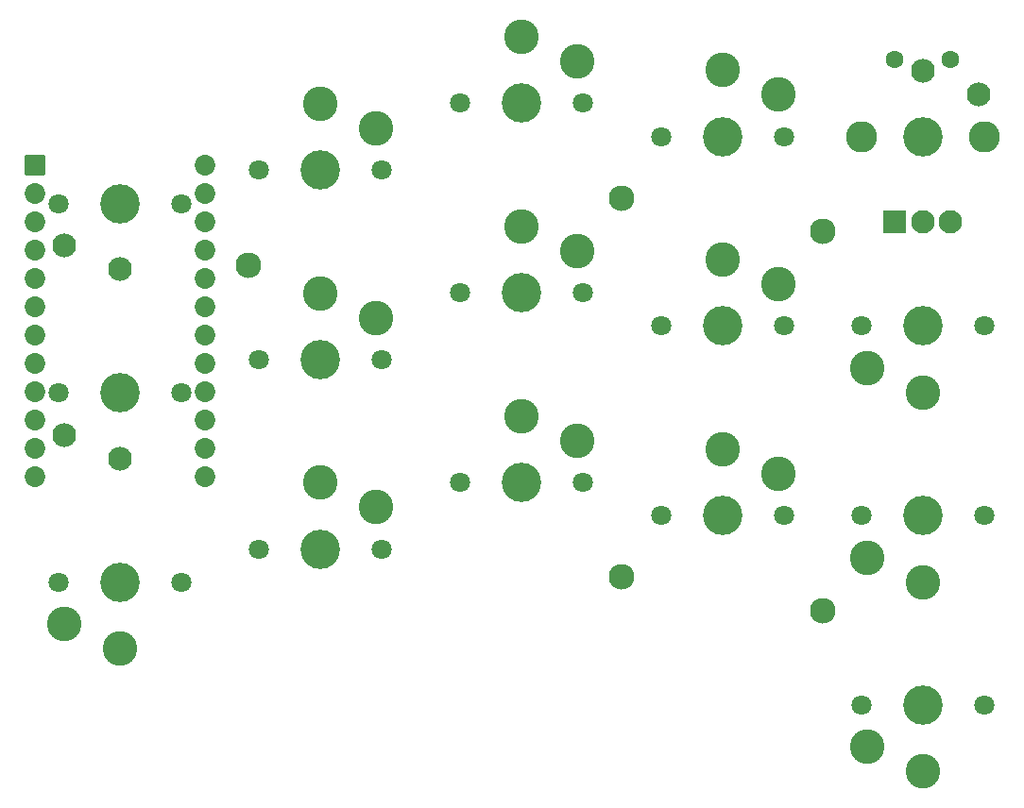
<source format=gbr>
%TF.GenerationSoftware,KiCad,Pcbnew,(7.0.0-0)*%
%TF.CreationDate,2023-06-15T18:29:18+08:00*%
%TF.ProjectId,right,72696768-742e-46b6-9963-61645f706362,v1.0.0*%
%TF.SameCoordinates,Original*%
%TF.FileFunction,Soldermask,Top*%
%TF.FilePolarity,Negative*%
%FSLAX46Y46*%
G04 Gerber Fmt 4.6, Leading zero omitted, Abs format (unit mm)*
G04 Created by KiCad (PCBNEW (7.0.0-0)) date 2023-06-15 18:29:18*
%MOMM*%
%LPD*%
G01*
G04 APERTURE LIST*
G04 Aperture macros list*
%AMRoundRect*
0 Rectangle with rounded corners*
0 $1 Rounding radius*
0 $2 $3 $4 $5 $6 $7 $8 $9 X,Y pos of 4 corners*
0 Add a 4 corners polygon primitive as box body*
4,1,4,$2,$3,$4,$5,$6,$7,$8,$9,$2,$3,0*
0 Add four circle primitives for the rounded corners*
1,1,$1+$1,$2,$3*
1,1,$1+$1,$4,$5*
1,1,$1+$1,$6,$7*
1,1,$1+$1,$8,$9*
0 Add four rect primitives between the rounded corners*
20,1,$1+$1,$2,$3,$4,$5,0*
20,1,$1+$1,$4,$5,$6,$7,0*
20,1,$1+$1,$6,$7,$8,$9,0*
20,1,$1+$1,$8,$9,$2,$3,0*%
G04 Aperture macros list end*
%ADD10C,3.529000*%
%ADD11C,1.801800*%
%ADD12C,2.132000*%
%ADD13RoundRect,0.050000X1.000000X-1.000000X1.000000X1.000000X-1.000000X1.000000X-1.000000X-1.000000X0*%
%ADD14C,2.100000*%
%ADD15C,1.600000*%
%ADD16C,2.801800*%
%ADD17RoundRect,0.050000X-0.876300X0.876300X-0.876300X-0.876300X0.876300X-0.876300X0.876300X0.876300X0*%
%ADD18C,1.852600*%
%ADD19C,2.300000*%
%ADD20C,3.100000*%
G04 APERTURE END LIST*
D10*
%TO.C,S1*%
X0Y34000000D03*
D11*
X5500000Y34000000D03*
X-5500000Y34000000D03*
D12*
X-5000000Y30200000D03*
X0Y28100000D03*
%TD*%
D10*
%TO.C,S2*%
X0Y17000000D03*
D11*
X5500000Y17000000D03*
X-5500000Y17000000D03*
D12*
X-5000000Y13200000D03*
X0Y11100000D03*
%TD*%
D13*
%TO.C,ROT1*%
X69460000Y32380000D03*
D14*
X71960000Y32380000D03*
X74460000Y32380000D03*
D15*
X69460000Y46880000D03*
X74460000Y46880000D03*
D10*
X72000000Y40000000D03*
D16*
X77500000Y40000000D03*
X66500000Y40000000D03*
D12*
X77000000Y43800000D03*
X72000000Y45900000D03*
%TD*%
D17*
%TO.C,MCU1*%
X-7620000Y37470000D03*
D18*
X-7620000Y34930000D03*
X-7620000Y32390000D03*
X-7620000Y29850000D03*
X-7620000Y27310000D03*
X-7620000Y24770000D03*
X-7620000Y22230000D03*
X-7620000Y19690000D03*
X-7620000Y17150000D03*
X-7620000Y14610000D03*
X-7620000Y12070000D03*
X-7620000Y9530000D03*
X7620000Y37470000D03*
X7620000Y34930000D03*
X7620000Y32390000D03*
X7620000Y29850000D03*
X7620000Y27310000D03*
X7620000Y24770000D03*
X7620000Y22230000D03*
X7620000Y19690000D03*
X7620000Y17150000D03*
X7620000Y14610000D03*
X7620000Y12070000D03*
X7620000Y9530000D03*
%TD*%
D19*
%TO.C,H1*%
X11500000Y28500000D03*
%TD*%
%TO.C,H2*%
X45000000Y34500000D03*
%TD*%
%TO.C,H3*%
X45000000Y500000D03*
%TD*%
%TO.C,H4*%
X63000000Y31500000D03*
%TD*%
%TO.C,H5*%
X63000000Y-2500000D03*
%TD*%
D10*
%TO.C,S3*%
X72000000Y23000000D03*
D11*
X77500000Y23000000D03*
X66500000Y23000000D03*
D20*
X67000000Y19250000D03*
X72000000Y17050000D03*
%TD*%
D10*
%TO.C,S4*%
X72000000Y6000000D03*
D11*
X77500000Y6000000D03*
X66500000Y6000000D03*
D20*
X67000000Y2250000D03*
X72000000Y50000D03*
%TD*%
D10*
%TO.C,S5*%
X72000000Y-11000000D03*
D11*
X77500000Y-11000000D03*
X66500000Y-11000000D03*
D20*
X67000000Y-14750000D03*
X72000000Y-16950000D03*
%TD*%
D10*
%TO.C,S6*%
X54000000Y40000000D03*
D11*
X48500000Y40000000D03*
X59500000Y40000000D03*
D20*
X59000000Y43750000D03*
X54000000Y45950000D03*
%TD*%
D10*
%TO.C,S7*%
X54000000Y23000000D03*
D11*
X48500000Y23000000D03*
X59500000Y23000000D03*
D20*
X59000000Y26750000D03*
X54000000Y28950000D03*
%TD*%
D10*
%TO.C,S8*%
X54000000Y6000000D03*
D11*
X48500000Y6000000D03*
X59500000Y6000000D03*
D20*
X59000000Y9750000D03*
X54000000Y11950000D03*
%TD*%
D10*
%TO.C,S9*%
X36000000Y43000000D03*
D11*
X30500000Y43000000D03*
X41500000Y43000000D03*
D20*
X41000000Y46750000D03*
X36000000Y48950000D03*
%TD*%
D10*
%TO.C,S10*%
X36000000Y26000000D03*
D11*
X30500000Y26000000D03*
X41500000Y26000000D03*
D20*
X41000000Y29750000D03*
X36000000Y31950000D03*
%TD*%
D10*
%TO.C,S11*%
X36000000Y9000000D03*
D11*
X30500000Y9000000D03*
X41500000Y9000000D03*
D20*
X41000000Y12750000D03*
X36000000Y14950000D03*
%TD*%
D10*
%TO.C,S12*%
X18000000Y37000000D03*
D11*
X12500000Y37000000D03*
X23500000Y37000000D03*
D20*
X23000000Y40750000D03*
X18000000Y42950000D03*
%TD*%
D10*
%TO.C,S13*%
X18000000Y20000000D03*
D11*
X12500000Y20000000D03*
X23500000Y20000000D03*
D20*
X23000000Y23750000D03*
X18000000Y25950000D03*
%TD*%
D10*
%TO.C,S14*%
X18000000Y3000000D03*
D11*
X12500000Y3000000D03*
X23500000Y3000000D03*
D20*
X23000000Y6750000D03*
X18000000Y8950000D03*
%TD*%
D10*
%TO.C,S15*%
X0Y0D03*
D11*
X5500000Y0D03*
X-5500000Y0D03*
D20*
X-5000000Y-3750000D03*
X0Y-5950000D03*
%TD*%
M02*

</source>
